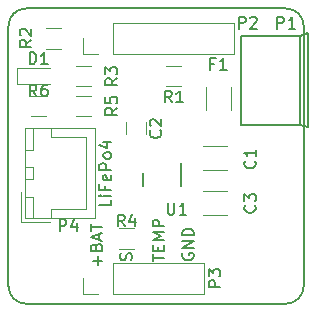
<source format=gbr>
G04 #@! TF.FileFunction,Legend,Top*
%FSLAX46Y46*%
G04 Gerber Fmt 4.6, Leading zero omitted, Abs format (unit mm)*
G04 Created by KiCad (PCBNEW 4.0.5) date Sunday, 09. April 2017 'u43' 16:43:39*
%MOMM*%
%LPD*%
G01*
G04 APERTURE LIST*
%ADD10C,0.100000*%
%ADD11C,0.200000*%
%ADD12C,0.150000*%
%ADD13C,0.120000*%
G04 APERTURE END LIST*
D10*
D11*
X98707381Y-126184285D02*
X98707381Y-126660476D01*
X97707381Y-126660476D01*
X98707381Y-125850952D02*
X98040714Y-125850952D01*
X97707381Y-125850952D02*
X97755000Y-125898571D01*
X97802619Y-125850952D01*
X97755000Y-125803333D01*
X97707381Y-125850952D01*
X97802619Y-125850952D01*
X98183571Y-125041428D02*
X98183571Y-125374762D01*
X98707381Y-125374762D02*
X97707381Y-125374762D01*
X97707381Y-124898571D01*
X98659762Y-124136666D02*
X98707381Y-124231904D01*
X98707381Y-124422381D01*
X98659762Y-124517619D01*
X98564524Y-124565238D01*
X98183571Y-124565238D01*
X98088333Y-124517619D01*
X98040714Y-124422381D01*
X98040714Y-124231904D01*
X98088333Y-124136666D01*
X98183571Y-124089047D01*
X98278810Y-124089047D01*
X98374048Y-124565238D01*
X98707381Y-123660476D02*
X97707381Y-123660476D01*
X97707381Y-123279523D01*
X97755000Y-123184285D01*
X97802619Y-123136666D01*
X97897857Y-123089047D01*
X98040714Y-123089047D01*
X98135952Y-123136666D01*
X98183571Y-123184285D01*
X98231190Y-123279523D01*
X98231190Y-123660476D01*
X98707381Y-122517619D02*
X98659762Y-122612857D01*
X98612143Y-122660476D01*
X98516905Y-122708095D01*
X98231190Y-122708095D01*
X98135952Y-122660476D01*
X98088333Y-122612857D01*
X98040714Y-122517619D01*
X98040714Y-122374761D01*
X98088333Y-122279523D01*
X98135952Y-122231904D01*
X98231190Y-122184285D01*
X98516905Y-122184285D01*
X98612143Y-122231904D01*
X98659762Y-122279523D01*
X98707381Y-122374761D01*
X98707381Y-122517619D01*
X98040714Y-121327142D02*
X98707381Y-121327142D01*
X97659762Y-121565238D02*
X98374048Y-121803333D01*
X98374048Y-121184285D01*
D12*
X113500000Y-135000000D02*
G75*
G03X115000000Y-133500000I0J1500000D01*
G01*
X90000000Y-133500000D02*
G75*
G03X91500000Y-135000000I1500000J0D01*
G01*
X115000000Y-111500000D02*
G75*
G03X113500000Y-110000000I-1500000J0D01*
G01*
X91500000Y-110000000D02*
G75*
G03X90000000Y-111500000I0J-1500000D01*
G01*
D11*
X97571429Y-131761905D02*
X97571429Y-131000000D01*
X97952381Y-131380952D02*
X97190476Y-131380952D01*
X97428571Y-130190476D02*
X97476190Y-130047619D01*
X97523810Y-130000000D01*
X97619048Y-129952381D01*
X97761905Y-129952381D01*
X97857143Y-130000000D01*
X97904762Y-130047619D01*
X97952381Y-130142857D01*
X97952381Y-130523810D01*
X96952381Y-130523810D01*
X96952381Y-130190476D01*
X97000000Y-130095238D01*
X97047619Y-130047619D01*
X97142857Y-130000000D01*
X97238095Y-130000000D01*
X97333333Y-130047619D01*
X97380952Y-130095238D01*
X97428571Y-130190476D01*
X97428571Y-130523810D01*
X97666667Y-129571429D02*
X97666667Y-129095238D01*
X97952381Y-129666667D02*
X96952381Y-129333334D01*
X97952381Y-129000000D01*
X96952381Y-128809524D02*
X96952381Y-128238095D01*
X97952381Y-128523810D02*
X96952381Y-128523810D01*
X100404762Y-131309524D02*
X100452381Y-131166667D01*
X100452381Y-130928571D01*
X100404762Y-130833333D01*
X100357143Y-130785714D01*
X100261905Y-130738095D01*
X100166667Y-130738095D01*
X100071429Y-130785714D01*
X100023810Y-130833333D01*
X99976190Y-130928571D01*
X99928571Y-131119048D01*
X99880952Y-131214286D01*
X99833333Y-131261905D01*
X99738095Y-131309524D01*
X99642857Y-131309524D01*
X99547619Y-131261905D01*
X99500000Y-131214286D01*
X99452381Y-131119048D01*
X99452381Y-130880952D01*
X99500000Y-130738095D01*
X102202381Y-131404762D02*
X102202381Y-130833333D01*
X103202381Y-131119048D02*
X102202381Y-131119048D01*
X102678571Y-130500000D02*
X102678571Y-130166666D01*
X103202381Y-130023809D02*
X103202381Y-130500000D01*
X102202381Y-130500000D01*
X102202381Y-130023809D01*
X103202381Y-129595238D02*
X102202381Y-129595238D01*
X102916667Y-129261904D01*
X102202381Y-128928571D01*
X103202381Y-128928571D01*
X103202381Y-128452381D02*
X102202381Y-128452381D01*
X102202381Y-128071428D01*
X102250000Y-127976190D01*
X102297619Y-127928571D01*
X102392857Y-127880952D01*
X102535714Y-127880952D01*
X102630952Y-127928571D01*
X102678571Y-127976190D01*
X102726190Y-128071428D01*
X102726190Y-128452381D01*
X104750000Y-130738095D02*
X104702381Y-130833333D01*
X104702381Y-130976190D01*
X104750000Y-131119048D01*
X104845238Y-131214286D01*
X104940476Y-131261905D01*
X105130952Y-131309524D01*
X105273810Y-131309524D01*
X105464286Y-131261905D01*
X105559524Y-131214286D01*
X105654762Y-131119048D01*
X105702381Y-130976190D01*
X105702381Y-130880952D01*
X105654762Y-130738095D01*
X105607143Y-130690476D01*
X105273810Y-130690476D01*
X105273810Y-130880952D01*
X105702381Y-130261905D02*
X104702381Y-130261905D01*
X105702381Y-129690476D01*
X104702381Y-129690476D01*
X105702381Y-129214286D02*
X104702381Y-129214286D01*
X104702381Y-128976191D01*
X104750000Y-128833333D01*
X104845238Y-128738095D01*
X104940476Y-128690476D01*
X105130952Y-128642857D01*
X105273810Y-128642857D01*
X105464286Y-128690476D01*
X105559524Y-128738095D01*
X105654762Y-128833333D01*
X105702381Y-128976191D01*
X105702381Y-129214286D01*
D12*
X113500000Y-135000000D02*
X91500000Y-135000000D01*
X115000000Y-111500000D02*
X115000000Y-133500000D01*
X91500000Y-110000000D02*
X113500000Y-110000000D01*
X90000000Y-133500000D02*
X90000000Y-111500000D01*
D13*
X108500000Y-121680000D02*
X106500000Y-121680000D01*
X106500000Y-123720000D02*
X108500000Y-123720000D01*
X99945000Y-119660000D02*
X99945000Y-120660000D01*
X101645000Y-120660000D02*
X101645000Y-119660000D01*
X108500000Y-125490000D02*
X106500000Y-125490000D01*
X106500000Y-127530000D02*
X108500000Y-127530000D01*
X90740000Y-115015000D02*
X90740000Y-116415000D01*
X90740000Y-116415000D02*
X93540000Y-116415000D01*
X90740000Y-115015000D02*
X93540000Y-115015000D01*
D12*
X115400000Y-120080000D02*
X114700000Y-119830000D01*
X115400000Y-112080000D02*
X114700000Y-112330000D01*
X115400000Y-120080000D02*
X115400000Y-112080000D01*
X109700000Y-119830000D02*
X114700000Y-119830000D01*
X109700000Y-112330000D02*
X109700000Y-119830000D01*
X114700000Y-112330000D02*
X109700000Y-112330000D01*
X114700000Y-119830000D02*
X114700000Y-112330000D01*
D13*
X98890000Y-113870000D02*
X109110000Y-113870000D01*
X109110000Y-113870000D02*
X109110000Y-111210000D01*
X109110000Y-111210000D02*
X98890000Y-111210000D01*
X98890000Y-111210000D02*
X98890000Y-113870000D01*
X97620000Y-113870000D02*
X96290000Y-113870000D01*
X96290000Y-113870000D02*
X96290000Y-112540000D01*
X98890000Y-134190000D02*
X106570000Y-134190000D01*
X106570000Y-134190000D02*
X106570000Y-131530000D01*
X106570000Y-131530000D02*
X98890000Y-131530000D01*
X98890000Y-131530000D02*
X98890000Y-134190000D01*
X97620000Y-134190000D02*
X96290000Y-134190000D01*
X96290000Y-134190000D02*
X96290000Y-132860000D01*
X103370000Y-114835000D02*
X104570000Y-114835000D01*
X104570000Y-116595000D02*
X103370000Y-116595000D01*
X93210000Y-111660000D02*
X94410000Y-111660000D01*
X94410000Y-113420000D02*
X93210000Y-113420000D01*
X95750000Y-114835000D02*
X96950000Y-114835000D01*
X96950000Y-116595000D02*
X95750000Y-116595000D01*
X100600000Y-130380000D02*
X99400000Y-130380000D01*
X99400000Y-128620000D02*
X100600000Y-128620000D01*
X95750000Y-117375000D02*
X96950000Y-117375000D01*
X96950000Y-119135000D02*
X95750000Y-119135000D01*
X91940000Y-117375000D02*
X93140000Y-117375000D01*
X93140000Y-119135000D02*
X91940000Y-119135000D01*
D12*
X101375000Y-123903000D02*
X101375000Y-125053000D01*
X104625000Y-123128000D02*
X104625000Y-125053000D01*
D13*
X106710000Y-118620000D02*
X106710000Y-116620000D01*
X108850000Y-116620000D02*
X108850000Y-118620000D01*
X91360000Y-127750000D02*
X97310000Y-127750000D01*
X97310000Y-127750000D02*
X97310000Y-120150000D01*
X97310000Y-120150000D02*
X91360000Y-120150000D01*
X91360000Y-120150000D02*
X91360000Y-127750000D01*
X91360000Y-124450000D02*
X92110000Y-124450000D01*
X92110000Y-124450000D02*
X92110000Y-123450000D01*
X92110000Y-123450000D02*
X91360000Y-123450000D01*
X91360000Y-123450000D02*
X91360000Y-124450000D01*
X91360000Y-127750000D02*
X92110000Y-127750000D01*
X92110000Y-127750000D02*
X92110000Y-125950000D01*
X92110000Y-125950000D02*
X91360000Y-125950000D01*
X91360000Y-125950000D02*
X91360000Y-127750000D01*
X91360000Y-121950000D02*
X92110000Y-121950000D01*
X92110000Y-121950000D02*
X92110000Y-120150000D01*
X92110000Y-120150000D02*
X91360000Y-120150000D01*
X91360000Y-120150000D02*
X91360000Y-121950000D01*
X93610000Y-127750000D02*
X93610000Y-127000000D01*
X93610000Y-127000000D02*
X96560000Y-127000000D01*
X96560000Y-127000000D02*
X96560000Y-123950000D01*
X93610000Y-120150000D02*
X93610000Y-120900000D01*
X93610000Y-120900000D02*
X96560000Y-120900000D01*
X96560000Y-120900000D02*
X96560000Y-123950000D01*
X91060000Y-125550000D02*
X91060000Y-128050000D01*
X91060000Y-128050000D02*
X93560000Y-128050000D01*
D12*
X110857143Y-122916666D02*
X110904762Y-122964285D01*
X110952381Y-123107142D01*
X110952381Y-123202380D01*
X110904762Y-123345238D01*
X110809524Y-123440476D01*
X110714286Y-123488095D01*
X110523810Y-123535714D01*
X110380952Y-123535714D01*
X110190476Y-123488095D01*
X110095238Y-123440476D01*
X110000000Y-123345238D01*
X109952381Y-123202380D01*
X109952381Y-123107142D01*
X110000000Y-122964285D01*
X110047619Y-122916666D01*
X110952381Y-121964285D02*
X110952381Y-122535714D01*
X110952381Y-122250000D02*
X109952381Y-122250000D01*
X110095238Y-122345238D01*
X110190476Y-122440476D01*
X110238095Y-122535714D01*
X102857143Y-120326666D02*
X102904762Y-120374285D01*
X102952381Y-120517142D01*
X102952381Y-120612380D01*
X102904762Y-120755238D01*
X102809524Y-120850476D01*
X102714286Y-120898095D01*
X102523810Y-120945714D01*
X102380952Y-120945714D01*
X102190476Y-120898095D01*
X102095238Y-120850476D01*
X102000000Y-120755238D01*
X101952381Y-120612380D01*
X101952381Y-120517142D01*
X102000000Y-120374285D01*
X102047619Y-120326666D01*
X102047619Y-119945714D02*
X102000000Y-119898095D01*
X101952381Y-119802857D01*
X101952381Y-119564761D01*
X102000000Y-119469523D01*
X102047619Y-119421904D01*
X102142857Y-119374285D01*
X102238095Y-119374285D01*
X102380952Y-119421904D01*
X102952381Y-119993333D01*
X102952381Y-119374285D01*
X110857143Y-126666666D02*
X110904762Y-126714285D01*
X110952381Y-126857142D01*
X110952381Y-126952380D01*
X110904762Y-127095238D01*
X110809524Y-127190476D01*
X110714286Y-127238095D01*
X110523810Y-127285714D01*
X110380952Y-127285714D01*
X110190476Y-127238095D01*
X110095238Y-127190476D01*
X110000000Y-127095238D01*
X109952381Y-126952380D01*
X109952381Y-126857142D01*
X110000000Y-126714285D01*
X110047619Y-126666666D01*
X109952381Y-126333333D02*
X109952381Y-125714285D01*
X110333333Y-126047619D01*
X110333333Y-125904761D01*
X110380952Y-125809523D01*
X110428571Y-125761904D01*
X110523810Y-125714285D01*
X110761905Y-125714285D01*
X110857143Y-125761904D01*
X110904762Y-125809523D01*
X110952381Y-125904761D01*
X110952381Y-126190476D01*
X110904762Y-126285714D01*
X110857143Y-126333333D01*
X91801905Y-114717381D02*
X91801905Y-113717381D01*
X92040000Y-113717381D01*
X92182858Y-113765000D01*
X92278096Y-113860238D01*
X92325715Y-113955476D01*
X92373334Y-114145952D01*
X92373334Y-114288810D01*
X92325715Y-114479286D01*
X92278096Y-114574524D01*
X92182858Y-114669762D01*
X92040000Y-114717381D01*
X91801905Y-114717381D01*
X93325715Y-114717381D02*
X92754286Y-114717381D01*
X93040000Y-114717381D02*
X93040000Y-113717381D01*
X92944762Y-113860238D01*
X92849524Y-113955476D01*
X92754286Y-114003095D01*
X112761905Y-111702381D02*
X112761905Y-110702381D01*
X113142858Y-110702381D01*
X113238096Y-110750000D01*
X113285715Y-110797619D01*
X113333334Y-110892857D01*
X113333334Y-111035714D01*
X113285715Y-111130952D01*
X113238096Y-111178571D01*
X113142858Y-111226190D01*
X112761905Y-111226190D01*
X114285715Y-111702381D02*
X113714286Y-111702381D01*
X114000000Y-111702381D02*
X114000000Y-110702381D01*
X113904762Y-110845238D01*
X113809524Y-110940476D01*
X113714286Y-110988095D01*
X109511905Y-111702381D02*
X109511905Y-110702381D01*
X109892858Y-110702381D01*
X109988096Y-110750000D01*
X110035715Y-110797619D01*
X110083334Y-110892857D01*
X110083334Y-111035714D01*
X110035715Y-111130952D01*
X109988096Y-111178571D01*
X109892858Y-111226190D01*
X109511905Y-111226190D01*
X110464286Y-110797619D02*
X110511905Y-110750000D01*
X110607143Y-110702381D01*
X110845239Y-110702381D01*
X110940477Y-110750000D01*
X110988096Y-110797619D01*
X111035715Y-110892857D01*
X111035715Y-110988095D01*
X110988096Y-111130952D01*
X110416667Y-111702381D01*
X111035715Y-111702381D01*
X107952381Y-133598095D02*
X106952381Y-133598095D01*
X106952381Y-133217142D01*
X107000000Y-133121904D01*
X107047619Y-133074285D01*
X107142857Y-133026666D01*
X107285714Y-133026666D01*
X107380952Y-133074285D01*
X107428571Y-133121904D01*
X107476190Y-133217142D01*
X107476190Y-133598095D01*
X106952381Y-132693333D02*
X106952381Y-132074285D01*
X107333333Y-132407619D01*
X107333333Y-132264761D01*
X107380952Y-132169523D01*
X107428571Y-132121904D01*
X107523810Y-132074285D01*
X107761905Y-132074285D01*
X107857143Y-132121904D01*
X107904762Y-132169523D01*
X107952381Y-132264761D01*
X107952381Y-132550476D01*
X107904762Y-132645714D01*
X107857143Y-132693333D01*
X103833334Y-117952381D02*
X103500000Y-117476190D01*
X103261905Y-117952381D02*
X103261905Y-116952381D01*
X103642858Y-116952381D01*
X103738096Y-117000000D01*
X103785715Y-117047619D01*
X103833334Y-117142857D01*
X103833334Y-117285714D01*
X103785715Y-117380952D01*
X103738096Y-117428571D01*
X103642858Y-117476190D01*
X103261905Y-117476190D01*
X104785715Y-117952381D02*
X104214286Y-117952381D01*
X104500000Y-117952381D02*
X104500000Y-116952381D01*
X104404762Y-117095238D01*
X104309524Y-117190476D01*
X104214286Y-117238095D01*
X91952381Y-112666666D02*
X91476190Y-113000000D01*
X91952381Y-113238095D02*
X90952381Y-113238095D01*
X90952381Y-112857142D01*
X91000000Y-112761904D01*
X91047619Y-112714285D01*
X91142857Y-112666666D01*
X91285714Y-112666666D01*
X91380952Y-112714285D01*
X91428571Y-112761904D01*
X91476190Y-112857142D01*
X91476190Y-113238095D01*
X91047619Y-112285714D02*
X91000000Y-112238095D01*
X90952381Y-112142857D01*
X90952381Y-111904761D01*
X91000000Y-111809523D01*
X91047619Y-111761904D01*
X91142857Y-111714285D01*
X91238095Y-111714285D01*
X91380952Y-111761904D01*
X91952381Y-112333333D01*
X91952381Y-111714285D01*
X99202381Y-115916666D02*
X98726190Y-116250000D01*
X99202381Y-116488095D02*
X98202381Y-116488095D01*
X98202381Y-116107142D01*
X98250000Y-116011904D01*
X98297619Y-115964285D01*
X98392857Y-115916666D01*
X98535714Y-115916666D01*
X98630952Y-115964285D01*
X98678571Y-116011904D01*
X98726190Y-116107142D01*
X98726190Y-116488095D01*
X98202381Y-115583333D02*
X98202381Y-114964285D01*
X98583333Y-115297619D01*
X98583333Y-115154761D01*
X98630952Y-115059523D01*
X98678571Y-115011904D01*
X98773810Y-114964285D01*
X99011905Y-114964285D01*
X99107143Y-115011904D01*
X99154762Y-115059523D01*
X99202381Y-115154761D01*
X99202381Y-115440476D01*
X99154762Y-115535714D01*
X99107143Y-115583333D01*
X99833334Y-128452381D02*
X99500000Y-127976190D01*
X99261905Y-128452381D02*
X99261905Y-127452381D01*
X99642858Y-127452381D01*
X99738096Y-127500000D01*
X99785715Y-127547619D01*
X99833334Y-127642857D01*
X99833334Y-127785714D01*
X99785715Y-127880952D01*
X99738096Y-127928571D01*
X99642858Y-127976190D01*
X99261905Y-127976190D01*
X100690477Y-127785714D02*
X100690477Y-128452381D01*
X100452381Y-127404762D02*
X100214286Y-128119048D01*
X100833334Y-128119048D01*
X99202381Y-118416666D02*
X98726190Y-118750000D01*
X99202381Y-118988095D02*
X98202381Y-118988095D01*
X98202381Y-118607142D01*
X98250000Y-118511904D01*
X98297619Y-118464285D01*
X98392857Y-118416666D01*
X98535714Y-118416666D01*
X98630952Y-118464285D01*
X98678571Y-118511904D01*
X98726190Y-118607142D01*
X98726190Y-118988095D01*
X98202381Y-117511904D02*
X98202381Y-117988095D01*
X98678571Y-118035714D01*
X98630952Y-117988095D01*
X98583333Y-117892857D01*
X98583333Y-117654761D01*
X98630952Y-117559523D01*
X98678571Y-117511904D01*
X98773810Y-117464285D01*
X99011905Y-117464285D01*
X99107143Y-117511904D01*
X99154762Y-117559523D01*
X99202381Y-117654761D01*
X99202381Y-117892857D01*
X99154762Y-117988095D01*
X99107143Y-118035714D01*
X92373334Y-117452381D02*
X92040000Y-116976190D01*
X91801905Y-117452381D02*
X91801905Y-116452381D01*
X92182858Y-116452381D01*
X92278096Y-116500000D01*
X92325715Y-116547619D01*
X92373334Y-116642857D01*
X92373334Y-116785714D01*
X92325715Y-116880952D01*
X92278096Y-116928571D01*
X92182858Y-116976190D01*
X91801905Y-116976190D01*
X93230477Y-116452381D02*
X93040000Y-116452381D01*
X92944762Y-116500000D01*
X92897143Y-116547619D01*
X92801905Y-116690476D01*
X92754286Y-116880952D01*
X92754286Y-117261905D01*
X92801905Y-117357143D01*
X92849524Y-117404762D01*
X92944762Y-117452381D01*
X93135239Y-117452381D01*
X93230477Y-117404762D01*
X93278096Y-117357143D01*
X93325715Y-117261905D01*
X93325715Y-117023810D01*
X93278096Y-116928571D01*
X93230477Y-116880952D01*
X93135239Y-116833333D01*
X92944762Y-116833333D01*
X92849524Y-116880952D01*
X92801905Y-116928571D01*
X92754286Y-117023810D01*
X103488095Y-126452381D02*
X103488095Y-127261905D01*
X103535714Y-127357143D01*
X103583333Y-127404762D01*
X103678571Y-127452381D01*
X103869048Y-127452381D01*
X103964286Y-127404762D01*
X104011905Y-127357143D01*
X104059524Y-127261905D01*
X104059524Y-126452381D01*
X105059524Y-127452381D02*
X104488095Y-127452381D01*
X104773809Y-127452381D02*
X104773809Y-126452381D01*
X104678571Y-126595238D01*
X104583333Y-126690476D01*
X104488095Y-126738095D01*
X107416667Y-114678571D02*
X107083333Y-114678571D01*
X107083333Y-115202381D02*
X107083333Y-114202381D01*
X107559524Y-114202381D01*
X108464286Y-115202381D02*
X107892857Y-115202381D01*
X108178571Y-115202381D02*
X108178571Y-114202381D01*
X108083333Y-114345238D01*
X107988095Y-114440476D01*
X107892857Y-114488095D01*
X94341905Y-128867381D02*
X94341905Y-127867381D01*
X94722858Y-127867381D01*
X94818096Y-127915000D01*
X94865715Y-127962619D01*
X94913334Y-128057857D01*
X94913334Y-128200714D01*
X94865715Y-128295952D01*
X94818096Y-128343571D01*
X94722858Y-128391190D01*
X94341905Y-128391190D01*
X95770477Y-128200714D02*
X95770477Y-128867381D01*
X95532381Y-127819762D02*
X95294286Y-128534048D01*
X95913334Y-128534048D01*
M02*

</source>
